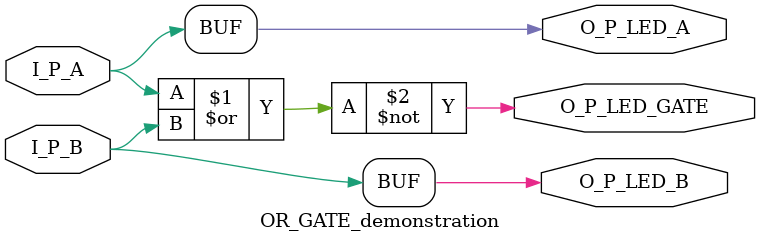
<source format=v>

`timescale 1ns / 1ps


module OR_GATE_demonstration(
    input I_P_A,
    input I_P_B,
    output O_P_LED_A,
    output O_P_LED_B,
    output O_P_LED_GATE
    );
    assign O_P_LED_A = I_P_A;
    assign O_P_LED_B = I_P_B;
    assign O_P_LED_GATE = ~(I_P_A | I_P_B);
endmodule

</source>
